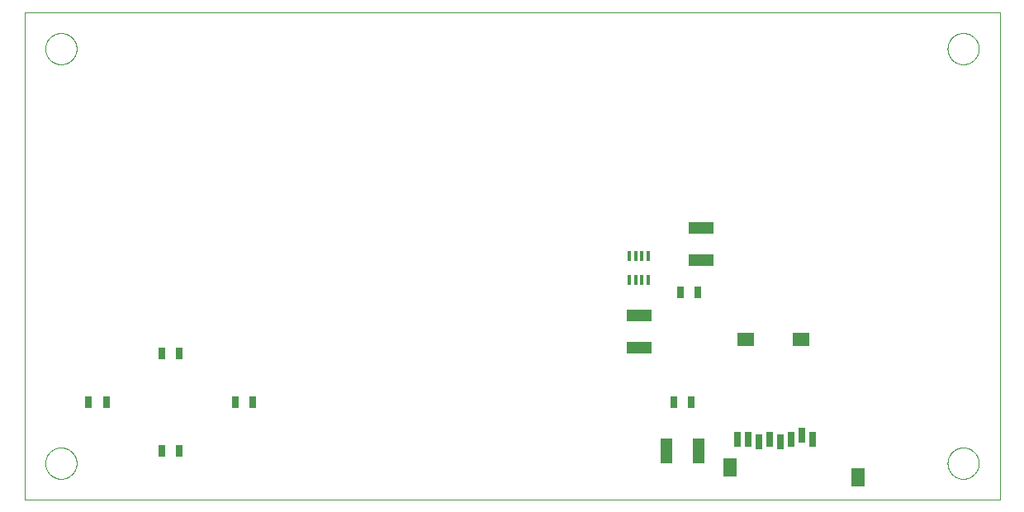
<source format=gtp>
G75*
%MOIN*%
%OFA0B0*%
%FSLAX25Y25*%
%IPPOS*%
%LPD*%
%AMOC8*
5,1,8,0,0,1.08239X$1,22.5*
%
%ADD10C,0.00000*%
%ADD11R,0.09843X0.04724*%
%ADD12R,0.07087X0.05512*%
%ADD13R,0.05512X0.07480*%
%ADD14R,0.03150X0.05906*%
%ADD15R,0.01772X0.03937*%
%ADD16R,0.03150X0.04724*%
%ADD17R,0.04724X0.09843*%
D10*
X0011643Y0016420D02*
X0011643Y0213270D01*
X0405343Y0213270D01*
X0405343Y0016420D01*
X0011643Y0016420D01*
X0020107Y0031183D02*
X0020109Y0031341D01*
X0020115Y0031499D01*
X0020125Y0031657D01*
X0020139Y0031815D01*
X0020157Y0031972D01*
X0020178Y0032129D01*
X0020204Y0032285D01*
X0020234Y0032441D01*
X0020267Y0032596D01*
X0020305Y0032749D01*
X0020346Y0032902D01*
X0020391Y0033054D01*
X0020440Y0033205D01*
X0020493Y0033354D01*
X0020549Y0033502D01*
X0020609Y0033648D01*
X0020673Y0033793D01*
X0020741Y0033936D01*
X0020812Y0034078D01*
X0020886Y0034218D01*
X0020964Y0034355D01*
X0021046Y0034491D01*
X0021130Y0034625D01*
X0021219Y0034756D01*
X0021310Y0034885D01*
X0021405Y0035012D01*
X0021502Y0035137D01*
X0021603Y0035259D01*
X0021707Y0035378D01*
X0021814Y0035495D01*
X0021924Y0035609D01*
X0022037Y0035720D01*
X0022152Y0035829D01*
X0022270Y0035934D01*
X0022391Y0036036D01*
X0022514Y0036136D01*
X0022640Y0036232D01*
X0022768Y0036325D01*
X0022898Y0036415D01*
X0023031Y0036501D01*
X0023166Y0036585D01*
X0023302Y0036664D01*
X0023441Y0036741D01*
X0023582Y0036813D01*
X0023724Y0036883D01*
X0023868Y0036948D01*
X0024014Y0037010D01*
X0024161Y0037068D01*
X0024310Y0037123D01*
X0024460Y0037174D01*
X0024611Y0037221D01*
X0024763Y0037264D01*
X0024916Y0037303D01*
X0025071Y0037339D01*
X0025226Y0037370D01*
X0025382Y0037398D01*
X0025538Y0037422D01*
X0025695Y0037442D01*
X0025853Y0037458D01*
X0026010Y0037470D01*
X0026169Y0037478D01*
X0026327Y0037482D01*
X0026485Y0037482D01*
X0026643Y0037478D01*
X0026802Y0037470D01*
X0026959Y0037458D01*
X0027117Y0037442D01*
X0027274Y0037422D01*
X0027430Y0037398D01*
X0027586Y0037370D01*
X0027741Y0037339D01*
X0027896Y0037303D01*
X0028049Y0037264D01*
X0028201Y0037221D01*
X0028352Y0037174D01*
X0028502Y0037123D01*
X0028651Y0037068D01*
X0028798Y0037010D01*
X0028944Y0036948D01*
X0029088Y0036883D01*
X0029230Y0036813D01*
X0029371Y0036741D01*
X0029510Y0036664D01*
X0029646Y0036585D01*
X0029781Y0036501D01*
X0029914Y0036415D01*
X0030044Y0036325D01*
X0030172Y0036232D01*
X0030298Y0036136D01*
X0030421Y0036036D01*
X0030542Y0035934D01*
X0030660Y0035829D01*
X0030775Y0035720D01*
X0030888Y0035609D01*
X0030998Y0035495D01*
X0031105Y0035378D01*
X0031209Y0035259D01*
X0031310Y0035137D01*
X0031407Y0035012D01*
X0031502Y0034885D01*
X0031593Y0034756D01*
X0031682Y0034625D01*
X0031766Y0034491D01*
X0031848Y0034355D01*
X0031926Y0034218D01*
X0032000Y0034078D01*
X0032071Y0033936D01*
X0032139Y0033793D01*
X0032203Y0033648D01*
X0032263Y0033502D01*
X0032319Y0033354D01*
X0032372Y0033205D01*
X0032421Y0033054D01*
X0032466Y0032902D01*
X0032507Y0032749D01*
X0032545Y0032596D01*
X0032578Y0032441D01*
X0032608Y0032285D01*
X0032634Y0032129D01*
X0032655Y0031972D01*
X0032673Y0031815D01*
X0032687Y0031657D01*
X0032697Y0031499D01*
X0032703Y0031341D01*
X0032705Y0031183D01*
X0032703Y0031025D01*
X0032697Y0030867D01*
X0032687Y0030709D01*
X0032673Y0030551D01*
X0032655Y0030394D01*
X0032634Y0030237D01*
X0032608Y0030081D01*
X0032578Y0029925D01*
X0032545Y0029770D01*
X0032507Y0029617D01*
X0032466Y0029464D01*
X0032421Y0029312D01*
X0032372Y0029161D01*
X0032319Y0029012D01*
X0032263Y0028864D01*
X0032203Y0028718D01*
X0032139Y0028573D01*
X0032071Y0028430D01*
X0032000Y0028288D01*
X0031926Y0028148D01*
X0031848Y0028011D01*
X0031766Y0027875D01*
X0031682Y0027741D01*
X0031593Y0027610D01*
X0031502Y0027481D01*
X0031407Y0027354D01*
X0031310Y0027229D01*
X0031209Y0027107D01*
X0031105Y0026988D01*
X0030998Y0026871D01*
X0030888Y0026757D01*
X0030775Y0026646D01*
X0030660Y0026537D01*
X0030542Y0026432D01*
X0030421Y0026330D01*
X0030298Y0026230D01*
X0030172Y0026134D01*
X0030044Y0026041D01*
X0029914Y0025951D01*
X0029781Y0025865D01*
X0029646Y0025781D01*
X0029510Y0025702D01*
X0029371Y0025625D01*
X0029230Y0025553D01*
X0029088Y0025483D01*
X0028944Y0025418D01*
X0028798Y0025356D01*
X0028651Y0025298D01*
X0028502Y0025243D01*
X0028352Y0025192D01*
X0028201Y0025145D01*
X0028049Y0025102D01*
X0027896Y0025063D01*
X0027741Y0025027D01*
X0027586Y0024996D01*
X0027430Y0024968D01*
X0027274Y0024944D01*
X0027117Y0024924D01*
X0026959Y0024908D01*
X0026802Y0024896D01*
X0026643Y0024888D01*
X0026485Y0024884D01*
X0026327Y0024884D01*
X0026169Y0024888D01*
X0026010Y0024896D01*
X0025853Y0024908D01*
X0025695Y0024924D01*
X0025538Y0024944D01*
X0025382Y0024968D01*
X0025226Y0024996D01*
X0025071Y0025027D01*
X0024916Y0025063D01*
X0024763Y0025102D01*
X0024611Y0025145D01*
X0024460Y0025192D01*
X0024310Y0025243D01*
X0024161Y0025298D01*
X0024014Y0025356D01*
X0023868Y0025418D01*
X0023724Y0025483D01*
X0023582Y0025553D01*
X0023441Y0025625D01*
X0023302Y0025702D01*
X0023166Y0025781D01*
X0023031Y0025865D01*
X0022898Y0025951D01*
X0022768Y0026041D01*
X0022640Y0026134D01*
X0022514Y0026230D01*
X0022391Y0026330D01*
X0022270Y0026432D01*
X0022152Y0026537D01*
X0022037Y0026646D01*
X0021924Y0026757D01*
X0021814Y0026871D01*
X0021707Y0026988D01*
X0021603Y0027107D01*
X0021502Y0027229D01*
X0021405Y0027354D01*
X0021310Y0027481D01*
X0021219Y0027610D01*
X0021130Y0027741D01*
X0021046Y0027875D01*
X0020964Y0028011D01*
X0020886Y0028148D01*
X0020812Y0028288D01*
X0020741Y0028430D01*
X0020673Y0028573D01*
X0020609Y0028718D01*
X0020549Y0028864D01*
X0020493Y0029012D01*
X0020440Y0029161D01*
X0020391Y0029312D01*
X0020346Y0029464D01*
X0020305Y0029617D01*
X0020267Y0029770D01*
X0020234Y0029925D01*
X0020204Y0030081D01*
X0020178Y0030237D01*
X0020157Y0030394D01*
X0020139Y0030551D01*
X0020125Y0030709D01*
X0020115Y0030867D01*
X0020109Y0031025D01*
X0020107Y0031183D01*
X0020107Y0198506D02*
X0020109Y0198664D01*
X0020115Y0198822D01*
X0020125Y0198980D01*
X0020139Y0199138D01*
X0020157Y0199295D01*
X0020178Y0199452D01*
X0020204Y0199608D01*
X0020234Y0199764D01*
X0020267Y0199919D01*
X0020305Y0200072D01*
X0020346Y0200225D01*
X0020391Y0200377D01*
X0020440Y0200528D01*
X0020493Y0200677D01*
X0020549Y0200825D01*
X0020609Y0200971D01*
X0020673Y0201116D01*
X0020741Y0201259D01*
X0020812Y0201401D01*
X0020886Y0201541D01*
X0020964Y0201678D01*
X0021046Y0201814D01*
X0021130Y0201948D01*
X0021219Y0202079D01*
X0021310Y0202208D01*
X0021405Y0202335D01*
X0021502Y0202460D01*
X0021603Y0202582D01*
X0021707Y0202701D01*
X0021814Y0202818D01*
X0021924Y0202932D01*
X0022037Y0203043D01*
X0022152Y0203152D01*
X0022270Y0203257D01*
X0022391Y0203359D01*
X0022514Y0203459D01*
X0022640Y0203555D01*
X0022768Y0203648D01*
X0022898Y0203738D01*
X0023031Y0203824D01*
X0023166Y0203908D01*
X0023302Y0203987D01*
X0023441Y0204064D01*
X0023582Y0204136D01*
X0023724Y0204206D01*
X0023868Y0204271D01*
X0024014Y0204333D01*
X0024161Y0204391D01*
X0024310Y0204446D01*
X0024460Y0204497D01*
X0024611Y0204544D01*
X0024763Y0204587D01*
X0024916Y0204626D01*
X0025071Y0204662D01*
X0025226Y0204693D01*
X0025382Y0204721D01*
X0025538Y0204745D01*
X0025695Y0204765D01*
X0025853Y0204781D01*
X0026010Y0204793D01*
X0026169Y0204801D01*
X0026327Y0204805D01*
X0026485Y0204805D01*
X0026643Y0204801D01*
X0026802Y0204793D01*
X0026959Y0204781D01*
X0027117Y0204765D01*
X0027274Y0204745D01*
X0027430Y0204721D01*
X0027586Y0204693D01*
X0027741Y0204662D01*
X0027896Y0204626D01*
X0028049Y0204587D01*
X0028201Y0204544D01*
X0028352Y0204497D01*
X0028502Y0204446D01*
X0028651Y0204391D01*
X0028798Y0204333D01*
X0028944Y0204271D01*
X0029088Y0204206D01*
X0029230Y0204136D01*
X0029371Y0204064D01*
X0029510Y0203987D01*
X0029646Y0203908D01*
X0029781Y0203824D01*
X0029914Y0203738D01*
X0030044Y0203648D01*
X0030172Y0203555D01*
X0030298Y0203459D01*
X0030421Y0203359D01*
X0030542Y0203257D01*
X0030660Y0203152D01*
X0030775Y0203043D01*
X0030888Y0202932D01*
X0030998Y0202818D01*
X0031105Y0202701D01*
X0031209Y0202582D01*
X0031310Y0202460D01*
X0031407Y0202335D01*
X0031502Y0202208D01*
X0031593Y0202079D01*
X0031682Y0201948D01*
X0031766Y0201814D01*
X0031848Y0201678D01*
X0031926Y0201541D01*
X0032000Y0201401D01*
X0032071Y0201259D01*
X0032139Y0201116D01*
X0032203Y0200971D01*
X0032263Y0200825D01*
X0032319Y0200677D01*
X0032372Y0200528D01*
X0032421Y0200377D01*
X0032466Y0200225D01*
X0032507Y0200072D01*
X0032545Y0199919D01*
X0032578Y0199764D01*
X0032608Y0199608D01*
X0032634Y0199452D01*
X0032655Y0199295D01*
X0032673Y0199138D01*
X0032687Y0198980D01*
X0032697Y0198822D01*
X0032703Y0198664D01*
X0032705Y0198506D01*
X0032703Y0198348D01*
X0032697Y0198190D01*
X0032687Y0198032D01*
X0032673Y0197874D01*
X0032655Y0197717D01*
X0032634Y0197560D01*
X0032608Y0197404D01*
X0032578Y0197248D01*
X0032545Y0197093D01*
X0032507Y0196940D01*
X0032466Y0196787D01*
X0032421Y0196635D01*
X0032372Y0196484D01*
X0032319Y0196335D01*
X0032263Y0196187D01*
X0032203Y0196041D01*
X0032139Y0195896D01*
X0032071Y0195753D01*
X0032000Y0195611D01*
X0031926Y0195471D01*
X0031848Y0195334D01*
X0031766Y0195198D01*
X0031682Y0195064D01*
X0031593Y0194933D01*
X0031502Y0194804D01*
X0031407Y0194677D01*
X0031310Y0194552D01*
X0031209Y0194430D01*
X0031105Y0194311D01*
X0030998Y0194194D01*
X0030888Y0194080D01*
X0030775Y0193969D01*
X0030660Y0193860D01*
X0030542Y0193755D01*
X0030421Y0193653D01*
X0030298Y0193553D01*
X0030172Y0193457D01*
X0030044Y0193364D01*
X0029914Y0193274D01*
X0029781Y0193188D01*
X0029646Y0193104D01*
X0029510Y0193025D01*
X0029371Y0192948D01*
X0029230Y0192876D01*
X0029088Y0192806D01*
X0028944Y0192741D01*
X0028798Y0192679D01*
X0028651Y0192621D01*
X0028502Y0192566D01*
X0028352Y0192515D01*
X0028201Y0192468D01*
X0028049Y0192425D01*
X0027896Y0192386D01*
X0027741Y0192350D01*
X0027586Y0192319D01*
X0027430Y0192291D01*
X0027274Y0192267D01*
X0027117Y0192247D01*
X0026959Y0192231D01*
X0026802Y0192219D01*
X0026643Y0192211D01*
X0026485Y0192207D01*
X0026327Y0192207D01*
X0026169Y0192211D01*
X0026010Y0192219D01*
X0025853Y0192231D01*
X0025695Y0192247D01*
X0025538Y0192267D01*
X0025382Y0192291D01*
X0025226Y0192319D01*
X0025071Y0192350D01*
X0024916Y0192386D01*
X0024763Y0192425D01*
X0024611Y0192468D01*
X0024460Y0192515D01*
X0024310Y0192566D01*
X0024161Y0192621D01*
X0024014Y0192679D01*
X0023868Y0192741D01*
X0023724Y0192806D01*
X0023582Y0192876D01*
X0023441Y0192948D01*
X0023302Y0193025D01*
X0023166Y0193104D01*
X0023031Y0193188D01*
X0022898Y0193274D01*
X0022768Y0193364D01*
X0022640Y0193457D01*
X0022514Y0193553D01*
X0022391Y0193653D01*
X0022270Y0193755D01*
X0022152Y0193860D01*
X0022037Y0193969D01*
X0021924Y0194080D01*
X0021814Y0194194D01*
X0021707Y0194311D01*
X0021603Y0194430D01*
X0021502Y0194552D01*
X0021405Y0194677D01*
X0021310Y0194804D01*
X0021219Y0194933D01*
X0021130Y0195064D01*
X0021046Y0195198D01*
X0020964Y0195334D01*
X0020886Y0195471D01*
X0020812Y0195611D01*
X0020741Y0195753D01*
X0020673Y0195896D01*
X0020609Y0196041D01*
X0020549Y0196187D01*
X0020493Y0196335D01*
X0020440Y0196484D01*
X0020391Y0196635D01*
X0020346Y0196787D01*
X0020305Y0196940D01*
X0020267Y0197093D01*
X0020234Y0197248D01*
X0020204Y0197404D01*
X0020178Y0197560D01*
X0020157Y0197717D01*
X0020139Y0197874D01*
X0020125Y0198032D01*
X0020115Y0198190D01*
X0020109Y0198348D01*
X0020107Y0198506D01*
X0384281Y0198506D02*
X0384283Y0198664D01*
X0384289Y0198822D01*
X0384299Y0198980D01*
X0384313Y0199138D01*
X0384331Y0199295D01*
X0384352Y0199452D01*
X0384378Y0199608D01*
X0384408Y0199764D01*
X0384441Y0199919D01*
X0384479Y0200072D01*
X0384520Y0200225D01*
X0384565Y0200377D01*
X0384614Y0200528D01*
X0384667Y0200677D01*
X0384723Y0200825D01*
X0384783Y0200971D01*
X0384847Y0201116D01*
X0384915Y0201259D01*
X0384986Y0201401D01*
X0385060Y0201541D01*
X0385138Y0201678D01*
X0385220Y0201814D01*
X0385304Y0201948D01*
X0385393Y0202079D01*
X0385484Y0202208D01*
X0385579Y0202335D01*
X0385676Y0202460D01*
X0385777Y0202582D01*
X0385881Y0202701D01*
X0385988Y0202818D01*
X0386098Y0202932D01*
X0386211Y0203043D01*
X0386326Y0203152D01*
X0386444Y0203257D01*
X0386565Y0203359D01*
X0386688Y0203459D01*
X0386814Y0203555D01*
X0386942Y0203648D01*
X0387072Y0203738D01*
X0387205Y0203824D01*
X0387340Y0203908D01*
X0387476Y0203987D01*
X0387615Y0204064D01*
X0387756Y0204136D01*
X0387898Y0204206D01*
X0388042Y0204271D01*
X0388188Y0204333D01*
X0388335Y0204391D01*
X0388484Y0204446D01*
X0388634Y0204497D01*
X0388785Y0204544D01*
X0388937Y0204587D01*
X0389090Y0204626D01*
X0389245Y0204662D01*
X0389400Y0204693D01*
X0389556Y0204721D01*
X0389712Y0204745D01*
X0389869Y0204765D01*
X0390027Y0204781D01*
X0390184Y0204793D01*
X0390343Y0204801D01*
X0390501Y0204805D01*
X0390659Y0204805D01*
X0390817Y0204801D01*
X0390976Y0204793D01*
X0391133Y0204781D01*
X0391291Y0204765D01*
X0391448Y0204745D01*
X0391604Y0204721D01*
X0391760Y0204693D01*
X0391915Y0204662D01*
X0392070Y0204626D01*
X0392223Y0204587D01*
X0392375Y0204544D01*
X0392526Y0204497D01*
X0392676Y0204446D01*
X0392825Y0204391D01*
X0392972Y0204333D01*
X0393118Y0204271D01*
X0393262Y0204206D01*
X0393404Y0204136D01*
X0393545Y0204064D01*
X0393684Y0203987D01*
X0393820Y0203908D01*
X0393955Y0203824D01*
X0394088Y0203738D01*
X0394218Y0203648D01*
X0394346Y0203555D01*
X0394472Y0203459D01*
X0394595Y0203359D01*
X0394716Y0203257D01*
X0394834Y0203152D01*
X0394949Y0203043D01*
X0395062Y0202932D01*
X0395172Y0202818D01*
X0395279Y0202701D01*
X0395383Y0202582D01*
X0395484Y0202460D01*
X0395581Y0202335D01*
X0395676Y0202208D01*
X0395767Y0202079D01*
X0395856Y0201948D01*
X0395940Y0201814D01*
X0396022Y0201678D01*
X0396100Y0201541D01*
X0396174Y0201401D01*
X0396245Y0201259D01*
X0396313Y0201116D01*
X0396377Y0200971D01*
X0396437Y0200825D01*
X0396493Y0200677D01*
X0396546Y0200528D01*
X0396595Y0200377D01*
X0396640Y0200225D01*
X0396681Y0200072D01*
X0396719Y0199919D01*
X0396752Y0199764D01*
X0396782Y0199608D01*
X0396808Y0199452D01*
X0396829Y0199295D01*
X0396847Y0199138D01*
X0396861Y0198980D01*
X0396871Y0198822D01*
X0396877Y0198664D01*
X0396879Y0198506D01*
X0396877Y0198348D01*
X0396871Y0198190D01*
X0396861Y0198032D01*
X0396847Y0197874D01*
X0396829Y0197717D01*
X0396808Y0197560D01*
X0396782Y0197404D01*
X0396752Y0197248D01*
X0396719Y0197093D01*
X0396681Y0196940D01*
X0396640Y0196787D01*
X0396595Y0196635D01*
X0396546Y0196484D01*
X0396493Y0196335D01*
X0396437Y0196187D01*
X0396377Y0196041D01*
X0396313Y0195896D01*
X0396245Y0195753D01*
X0396174Y0195611D01*
X0396100Y0195471D01*
X0396022Y0195334D01*
X0395940Y0195198D01*
X0395856Y0195064D01*
X0395767Y0194933D01*
X0395676Y0194804D01*
X0395581Y0194677D01*
X0395484Y0194552D01*
X0395383Y0194430D01*
X0395279Y0194311D01*
X0395172Y0194194D01*
X0395062Y0194080D01*
X0394949Y0193969D01*
X0394834Y0193860D01*
X0394716Y0193755D01*
X0394595Y0193653D01*
X0394472Y0193553D01*
X0394346Y0193457D01*
X0394218Y0193364D01*
X0394088Y0193274D01*
X0393955Y0193188D01*
X0393820Y0193104D01*
X0393684Y0193025D01*
X0393545Y0192948D01*
X0393404Y0192876D01*
X0393262Y0192806D01*
X0393118Y0192741D01*
X0392972Y0192679D01*
X0392825Y0192621D01*
X0392676Y0192566D01*
X0392526Y0192515D01*
X0392375Y0192468D01*
X0392223Y0192425D01*
X0392070Y0192386D01*
X0391915Y0192350D01*
X0391760Y0192319D01*
X0391604Y0192291D01*
X0391448Y0192267D01*
X0391291Y0192247D01*
X0391133Y0192231D01*
X0390976Y0192219D01*
X0390817Y0192211D01*
X0390659Y0192207D01*
X0390501Y0192207D01*
X0390343Y0192211D01*
X0390184Y0192219D01*
X0390027Y0192231D01*
X0389869Y0192247D01*
X0389712Y0192267D01*
X0389556Y0192291D01*
X0389400Y0192319D01*
X0389245Y0192350D01*
X0389090Y0192386D01*
X0388937Y0192425D01*
X0388785Y0192468D01*
X0388634Y0192515D01*
X0388484Y0192566D01*
X0388335Y0192621D01*
X0388188Y0192679D01*
X0388042Y0192741D01*
X0387898Y0192806D01*
X0387756Y0192876D01*
X0387615Y0192948D01*
X0387476Y0193025D01*
X0387340Y0193104D01*
X0387205Y0193188D01*
X0387072Y0193274D01*
X0386942Y0193364D01*
X0386814Y0193457D01*
X0386688Y0193553D01*
X0386565Y0193653D01*
X0386444Y0193755D01*
X0386326Y0193860D01*
X0386211Y0193969D01*
X0386098Y0194080D01*
X0385988Y0194194D01*
X0385881Y0194311D01*
X0385777Y0194430D01*
X0385676Y0194552D01*
X0385579Y0194677D01*
X0385484Y0194804D01*
X0385393Y0194933D01*
X0385304Y0195064D01*
X0385220Y0195198D01*
X0385138Y0195334D01*
X0385060Y0195471D01*
X0384986Y0195611D01*
X0384915Y0195753D01*
X0384847Y0195896D01*
X0384783Y0196041D01*
X0384723Y0196187D01*
X0384667Y0196335D01*
X0384614Y0196484D01*
X0384565Y0196635D01*
X0384520Y0196787D01*
X0384479Y0196940D01*
X0384441Y0197093D01*
X0384408Y0197248D01*
X0384378Y0197404D01*
X0384352Y0197560D01*
X0384331Y0197717D01*
X0384313Y0197874D01*
X0384299Y0198032D01*
X0384289Y0198190D01*
X0384283Y0198348D01*
X0384281Y0198506D01*
X0384281Y0031183D02*
X0384283Y0031341D01*
X0384289Y0031499D01*
X0384299Y0031657D01*
X0384313Y0031815D01*
X0384331Y0031972D01*
X0384352Y0032129D01*
X0384378Y0032285D01*
X0384408Y0032441D01*
X0384441Y0032596D01*
X0384479Y0032749D01*
X0384520Y0032902D01*
X0384565Y0033054D01*
X0384614Y0033205D01*
X0384667Y0033354D01*
X0384723Y0033502D01*
X0384783Y0033648D01*
X0384847Y0033793D01*
X0384915Y0033936D01*
X0384986Y0034078D01*
X0385060Y0034218D01*
X0385138Y0034355D01*
X0385220Y0034491D01*
X0385304Y0034625D01*
X0385393Y0034756D01*
X0385484Y0034885D01*
X0385579Y0035012D01*
X0385676Y0035137D01*
X0385777Y0035259D01*
X0385881Y0035378D01*
X0385988Y0035495D01*
X0386098Y0035609D01*
X0386211Y0035720D01*
X0386326Y0035829D01*
X0386444Y0035934D01*
X0386565Y0036036D01*
X0386688Y0036136D01*
X0386814Y0036232D01*
X0386942Y0036325D01*
X0387072Y0036415D01*
X0387205Y0036501D01*
X0387340Y0036585D01*
X0387476Y0036664D01*
X0387615Y0036741D01*
X0387756Y0036813D01*
X0387898Y0036883D01*
X0388042Y0036948D01*
X0388188Y0037010D01*
X0388335Y0037068D01*
X0388484Y0037123D01*
X0388634Y0037174D01*
X0388785Y0037221D01*
X0388937Y0037264D01*
X0389090Y0037303D01*
X0389245Y0037339D01*
X0389400Y0037370D01*
X0389556Y0037398D01*
X0389712Y0037422D01*
X0389869Y0037442D01*
X0390027Y0037458D01*
X0390184Y0037470D01*
X0390343Y0037478D01*
X0390501Y0037482D01*
X0390659Y0037482D01*
X0390817Y0037478D01*
X0390976Y0037470D01*
X0391133Y0037458D01*
X0391291Y0037442D01*
X0391448Y0037422D01*
X0391604Y0037398D01*
X0391760Y0037370D01*
X0391915Y0037339D01*
X0392070Y0037303D01*
X0392223Y0037264D01*
X0392375Y0037221D01*
X0392526Y0037174D01*
X0392676Y0037123D01*
X0392825Y0037068D01*
X0392972Y0037010D01*
X0393118Y0036948D01*
X0393262Y0036883D01*
X0393404Y0036813D01*
X0393545Y0036741D01*
X0393684Y0036664D01*
X0393820Y0036585D01*
X0393955Y0036501D01*
X0394088Y0036415D01*
X0394218Y0036325D01*
X0394346Y0036232D01*
X0394472Y0036136D01*
X0394595Y0036036D01*
X0394716Y0035934D01*
X0394834Y0035829D01*
X0394949Y0035720D01*
X0395062Y0035609D01*
X0395172Y0035495D01*
X0395279Y0035378D01*
X0395383Y0035259D01*
X0395484Y0035137D01*
X0395581Y0035012D01*
X0395676Y0034885D01*
X0395767Y0034756D01*
X0395856Y0034625D01*
X0395940Y0034491D01*
X0396022Y0034355D01*
X0396100Y0034218D01*
X0396174Y0034078D01*
X0396245Y0033936D01*
X0396313Y0033793D01*
X0396377Y0033648D01*
X0396437Y0033502D01*
X0396493Y0033354D01*
X0396546Y0033205D01*
X0396595Y0033054D01*
X0396640Y0032902D01*
X0396681Y0032749D01*
X0396719Y0032596D01*
X0396752Y0032441D01*
X0396782Y0032285D01*
X0396808Y0032129D01*
X0396829Y0031972D01*
X0396847Y0031815D01*
X0396861Y0031657D01*
X0396871Y0031499D01*
X0396877Y0031341D01*
X0396879Y0031183D01*
X0396877Y0031025D01*
X0396871Y0030867D01*
X0396861Y0030709D01*
X0396847Y0030551D01*
X0396829Y0030394D01*
X0396808Y0030237D01*
X0396782Y0030081D01*
X0396752Y0029925D01*
X0396719Y0029770D01*
X0396681Y0029617D01*
X0396640Y0029464D01*
X0396595Y0029312D01*
X0396546Y0029161D01*
X0396493Y0029012D01*
X0396437Y0028864D01*
X0396377Y0028718D01*
X0396313Y0028573D01*
X0396245Y0028430D01*
X0396174Y0028288D01*
X0396100Y0028148D01*
X0396022Y0028011D01*
X0395940Y0027875D01*
X0395856Y0027741D01*
X0395767Y0027610D01*
X0395676Y0027481D01*
X0395581Y0027354D01*
X0395484Y0027229D01*
X0395383Y0027107D01*
X0395279Y0026988D01*
X0395172Y0026871D01*
X0395062Y0026757D01*
X0394949Y0026646D01*
X0394834Y0026537D01*
X0394716Y0026432D01*
X0394595Y0026330D01*
X0394472Y0026230D01*
X0394346Y0026134D01*
X0394218Y0026041D01*
X0394088Y0025951D01*
X0393955Y0025865D01*
X0393820Y0025781D01*
X0393684Y0025702D01*
X0393545Y0025625D01*
X0393404Y0025553D01*
X0393262Y0025483D01*
X0393118Y0025418D01*
X0392972Y0025356D01*
X0392825Y0025298D01*
X0392676Y0025243D01*
X0392526Y0025192D01*
X0392375Y0025145D01*
X0392223Y0025102D01*
X0392070Y0025063D01*
X0391915Y0025027D01*
X0391760Y0024996D01*
X0391604Y0024968D01*
X0391448Y0024944D01*
X0391291Y0024924D01*
X0391133Y0024908D01*
X0390976Y0024896D01*
X0390817Y0024888D01*
X0390659Y0024884D01*
X0390501Y0024884D01*
X0390343Y0024888D01*
X0390184Y0024896D01*
X0390027Y0024908D01*
X0389869Y0024924D01*
X0389712Y0024944D01*
X0389556Y0024968D01*
X0389400Y0024996D01*
X0389245Y0025027D01*
X0389090Y0025063D01*
X0388937Y0025102D01*
X0388785Y0025145D01*
X0388634Y0025192D01*
X0388484Y0025243D01*
X0388335Y0025298D01*
X0388188Y0025356D01*
X0388042Y0025418D01*
X0387898Y0025483D01*
X0387756Y0025553D01*
X0387615Y0025625D01*
X0387476Y0025702D01*
X0387340Y0025781D01*
X0387205Y0025865D01*
X0387072Y0025951D01*
X0386942Y0026041D01*
X0386814Y0026134D01*
X0386688Y0026230D01*
X0386565Y0026330D01*
X0386444Y0026432D01*
X0386326Y0026537D01*
X0386211Y0026646D01*
X0386098Y0026757D01*
X0385988Y0026871D01*
X0385881Y0026988D01*
X0385777Y0027107D01*
X0385676Y0027229D01*
X0385579Y0027354D01*
X0385484Y0027481D01*
X0385393Y0027610D01*
X0385304Y0027741D01*
X0385220Y0027875D01*
X0385138Y0028011D01*
X0385060Y0028148D01*
X0384986Y0028288D01*
X0384915Y0028430D01*
X0384847Y0028573D01*
X0384783Y0028718D01*
X0384723Y0028864D01*
X0384667Y0029012D01*
X0384614Y0029161D01*
X0384565Y0029312D01*
X0384520Y0029464D01*
X0384479Y0029617D01*
X0384441Y0029770D01*
X0384408Y0029925D01*
X0384378Y0030081D01*
X0384352Y0030237D01*
X0384331Y0030394D01*
X0384313Y0030551D01*
X0384299Y0030709D01*
X0384289Y0030867D01*
X0384283Y0031025D01*
X0384281Y0031183D01*
D11*
X0259674Y0077837D03*
X0259674Y0090829D03*
X0284654Y0113309D03*
X0284654Y0126302D03*
D12*
X0302686Y0081321D03*
X0325127Y0081321D03*
D13*
X0296387Y0029550D03*
X0348158Y0025613D03*
D14*
X0329812Y0040770D03*
X0325481Y0042345D03*
X0321150Y0040770D03*
X0316820Y0039983D03*
X0312489Y0040770D03*
X0308158Y0039983D03*
X0303828Y0040770D03*
X0299497Y0040770D03*
D15*
X0263513Y0105101D03*
X0260954Y0105101D03*
X0258394Y0105101D03*
X0255835Y0105101D03*
X0255835Y0114746D03*
X0258394Y0114746D03*
X0260954Y0114746D03*
X0263513Y0114746D03*
D16*
X0276387Y0100081D03*
X0283473Y0100081D03*
X0280934Y0055790D03*
X0273847Y0055790D03*
X0103769Y0055790D03*
X0096682Y0055790D03*
X0074241Y0075475D03*
X0067154Y0075475D03*
X0044713Y0055790D03*
X0037627Y0055790D03*
X0067154Y0036105D03*
X0074241Y0036105D03*
D17*
X0270894Y0036105D03*
X0283887Y0036105D03*
M02*

</source>
